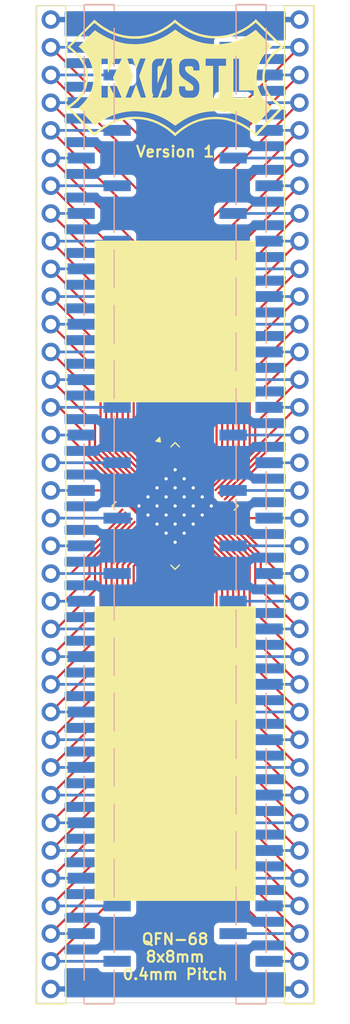
<source format=kicad_pcb>
(kicad_pcb (version 20241229) (generator "pcbnew") (generator_version "9.0")
  (layers (0 "F.Cu" signal) (2 "B.Cu" signal) (13 "F.Paste" user) (15 "B.Paste" user) (5 "F.SilkS" user "F.Silkscreen") (7 "B.SilkS" user "B.Silkscreen") (1 "F.Mask" user) (3 "B.Mask" user) (25 "Edge.Cuts" user))
  (net 0 "")
  (net 1 "/69")
  (net 2 "/27")
  (net 3 "/10")
  (net 4 "/3")
  (net 5 "/6")
  (net 6 "/8")
  (net 7 "/1")
  (net 8 "/31")
  (net 9 "/7")
  (net 10 "/28")
  (net 11 "/2")
  (net 12 "/32")
  (net 13 "/24")
  (net 14 "/23")
  (net 15 "/19")
  (net 16 "/20")
  (net 17 "/18")
  (net 18 "/9")
  (net 19 "/14")
  (net 20 "/34")
  (net 21 "/26")
  (net 22 "/21")
  (net 23 "/16")
  (net 24 "/29")
  (net 25 "/15")
  (net 26 "/25")
  (net 27 "/30")
  (net 28 "/33")
  (net 29 "/17")
  (net 30 "/5")
  (net 31 "/4")
  (net 32 "/13")
  (net 33 "/12")
  (net 34 "/11")
  (net 35 "/22")
  (net 36 "/52")
  (net 37 "/64")
  (net 38 "/43")
  (net 39 "/40")
  (net 40 "/56")
  (net 41 "/57")
  (net 42 "/59")
  (net 43 "/66")
  (net 44 "/54")
  (net 45 "/41")
  (net 46 "/60")
  (net 47 "/55")
  (net 48 "/48")
  (net 49 "/68")
  (net 50 "/35")
  (net 51 "/37")
  (net 52 "/67")
  (net 53 "/53")
  (net 54 "/51")
  (net 55 "/49")
  (net 56 "/45")
  (net 57 "/63")
  (net 58 "/47")
  (net 59 "/39")
  (net 60 "/65")
  (net 61 "/46")
  (net 62 "/44")
  (net 63 "/58")
  (net 64 "/42")
  (net 65 "/62")
  (net 66 "/38")
  (net 67 "/61")
  (net 68 "/36")
  (net 69 "/50")
  (footprint "Package_DFN_QFN:QFN-68-1EP_8x8mm_P0.4mm_EP5.2x5.2mm_ThermalVias" (layer "F.Cu") (at 138.43 120.804679 -45)
    (property "Reference" "U101" (hide yes))
    (property "Value" "QFN-68")
  )
  (footprint "libraries:LogoSmall" (layer "F.Cu") (at 138.43 81.534)
    (property "Reference" "G***" (hide yes))
    (property "Value" "LOGO" (hide yes))
  )
  (footprint "Connector_PinHeader_2.54mm:PinHeader_1x36_P2.54mm_Vertical" (layer "F.Cu") (at 127 76.2)
    (property "Reference" "J101" (hide yes))
    (property "Value" "Conn_01x36")
  )
  (footprint "Connector_PinHeader_2.54mm:PinHeader_1x36_P2.54mm_Vertical" (layer "F.Cu") (at 149.86 76.2)
    (property "Reference" "J102" (hide yes))
    (property "Value" "Conn_01x36")
  )
  (footprint "Connector_PinHeader_2.54mm:PinHeader_1x36_P2.54mm_Vertical_SMD_Pin1Left" (layer "B.Cu") (at 131.444 120.65 180)
    (property "Reference" "J103" (hide yes))
    (property "Value" "Conn_01x36")
  )
  (footprint "Connector_PinHeader_2.54mm:PinHeader_1x36_P2.54mm_Vertical_SMD_Pin1Left" (layer "B.Cu") (at 145.416 120.65 180)
    (property "Reference" "J104" (hide yes))
    (property "Value" "Conn_01x36")
  )
  (gr_rect (start 131.064 130.048) (end 145.796 156.972) (stroke (width 0.1)) (fill yes) (layer "F.SilkS"))
  (gr_rect (start 131.064 96.52) (end 145.796 111.252) (stroke (width 0.1)) (fill yes) (layer "F.SilkS"))
  (gr_rect (start 125.73 74.93) (end 151.13 166.37) (stroke (width 0.05)) (fill no) (layer "Edge.Cuts"))
  (gr_text "Version 1" (at 138.43 88.9 0) (layer "F.SilkS") (effects (font (size 1 1) (thickness 0.2) (bold yes)) (justify bottom)))
  (gr_text "QFN-68\n8x8mm\n0.4mm Pitch" (at 138.43 164.338 0) (layer "F.SilkS") (effects (font (size 1 1) (thickness 0.2) (bold yes)) (justify bottom)))
  (segment (start 127 165.1) (end 149.86 165.1) (width 0.5) (layer "B.Cu") (net 1))
  (segment (start 127 76.2) (end 149.86 76.2) (width 0.5) (layer "B.Cu") (net 1))
  (segment (start 133.604 126.196365) (end 133.604 138.176) (width 0.2) (layer "F.Cu") (net 2))
  (segment (start 133.604 138.176) (end 127 144.78) (width 0.2) (layer "F.Cu") (net 2))
  (segment (start 135.749005 124.05136) (end 133.604 126.196365) (width 0.2) (layer "F.Cu") (net 2))
  (segment (start 129.54 144.78) (end 127 144.78) (width 0.25) (layer "B.Cu") (net 2))
  (segment (start 135.183319 118.123684) (end 132.588 115.528365) (width 0.2) (layer "F.Cu") (net 3))
  (segment (start 132.588 107.188) (end 127 101.6) (width 0.2) (layer "F.Cu") (net 3))
  (segment (start 132.588 115.528365) (end 132.588 107.188) (width 0.2) (layer "F.Cu") (net 3))
  (segment (start 132.84 101.6) (end 127 101.6) (width 0.25) (layer "B.Cu") (net 3))
  (segment (start 137.163218 116.143785) (end 136.144 115.124567) (width 0.2) (layer "F.Cu") (net 4))
  (segment (start 136.144 92.964) (end 127 83.82) (width 0.2) (layer "F.Cu") (net 4))
  (segment (start 136.144 115.124567) (end 136.144 92.964) (width 0.2) (layer "F.Cu") (net 4))
  (segment (start 127 83.82) (end 129.54 83.82) (width 0.25) (layer "B.Cu") (net 4))
  (segment (start 134.62 99.06) (end 127 91.44) (width 0.2) (layer "F.Cu") (net 5))
  (segment (start 136.31469 116.992313) (end 134.62 115.297623) (width 0.2) (layer "F.Cu") (net 5))
  (segment (start 134.62 115.297623) (end 134.62 99.06) (width 0.2) (layer "F.Cu") (net 5))
  (segment (start 132.84 91.44) (end 127 91.44) (width 0.25) (layer "B.Cu") (net 5))
  (segment (start 133.604 115.412993) (end 133.604 103.124) (width 0.2) (layer "F.Cu") (net 6))
  (segment (start 135.749005 117.557998) (end 133.604 115.412993) (width 0.2) (layer "F.Cu") (net 6))
  (segment (start 133.604 103.124) (end 127 96.52) (width 0.2) (layer "F.Cu") (net 6))
  (segment (start 132.84 96.52) (end 127 96.52) (width 0.25) (layer "B.Cu") (net 6))
  (segment (start 137.16 88.9) (end 127 78.74) (width 0.2) (layer "F.Cu") (net 7))
  (segment (start 137.728904 115.578099) (end 137.16 115.009195) (width 0.2) (layer "F.Cu") (net 7))
  (segment (start 137.16 115.009195) (end 137.16 88.9) (width 0.2) (layer "F.Cu") (net 7))
  (segment (start 129.54 78.74) (end 127 78.74) (width 0.25) (layer "B.Cu") (net 7))
  (segment (start 136.880376 125.182731) (end 135.636 126.427107) (width 0.2) (layer "F.Cu") (net 8))
  (segment (start 135.636 126.427107) (end 135.636 146.304) (width 0.2) (layer "F.Cu") (net 8))
  (segment (start 135.636 146.304) (end 127 154.94) (width 0.2) (layer "F.Cu") (net 8))
  (segment (start 129.54 154.94) (end 127 154.94) (width 0.25) (layer "B.Cu") (net 8))
  (segment (start 134.112 101.092) (end 127 93.98) (width 0.2) (layer "F.Cu") (net 9))
  (segment (start 134.112 115.355309) (end 134.112 101.092) (width 0.2) (layer "F.Cu") (net 9))
  (segment (start 136.031847 117.275156) (end 134.112 115.355309) (width 0.2) (layer "F.Cu") (net 9))
  (segment (start 129.54 93.98) (end 127 93.98) (width 0.25) (layer "B.Cu") (net 9))
  (segment (start 136.031847 124.334202) (end 134.112 126.254049) (width 0.2) (layer "F.Cu") (net 10))
  (segment (start 134.112 140.208) (end 127 147.32) (width 0.2) (layer "F.Cu") (net 10))
  (segment (start 134.112 126.254049) (end 134.112 140.208) (width 0.2) (layer "F.Cu") (net 10))
  (segment (start 132.84 147.32) (end 127 147.32) (width 0.25) (layer "B.Cu") (net 10))
  (segment (start 136.652 115.066881) (end 136.652 90.932) (width 0.2) (layer "F.Cu") (net 11))
  (segment (start 137.446061 115.860942) (end 136.652 115.066881) (width 0.2) (layer "F.Cu") (net 11))
  (segment (start 136.652 90.932) (end 127 81.28) (width 0.2) (layer "F.Cu") (net 11))
  (segment (start 132.84 81.28) (end 127 81.28) (width 0.25) (layer "B.Cu") (net 11))
  (segment (start 136.144 148.336) (end 127 157.48) (width 0.2) (layer "F.Cu") (net 12))
  (segment (start 136.144 126.484791) (end 136.144 148.336) (width 0.2) (layer "F.Cu") (net 12))
  (segment (start 137.163218 125.465573) (end 136.144 126.484791) (width 0.2) (layer "F.Cu") (net 12))
  (segment (start 132.84 157.48) (end 127 157.48) (width 0.25) (layer "B.Cu") (net 12))
  (segment (start 132.08 126.023309) (end 132.08 132.08) (width 0.2) (layer "F.Cu") (net 13))
  (segment (start 134.900477 123.202832) (end 132.08 126.023309) (width 0.2) (layer "F.Cu") (net 13))
  (segment (start 132.08 132.08) (end 127 137.16) (width 0.2) (layer "F.Cu") (net 13))
  (segment (start 132.84 137.16) (end 127 137.16) (width 0.25) (layer "B.Cu") (net 13))
  (segment (start 131.572 125.965623) (end 131.572 130.048) (width 0.2) (layer "F.Cu") (net 14))
  (segment (start 131.572 130.048) (end 127 134.62) (width 0.2) (layer "F.Cu") (net 14))
  (segment (start 134.617634 122.919989) (end 131.572 125.965623) (width 0.2) (layer "F.Cu") (net 14))
  (segment (start 129.54 134.62) (end 127 134.62) (width 0.25) (layer "B.Cu") (net 14))
  (segment (start 130.814881 124.46) (end 127 124.46) (width 0.2) (layer "F.Cu") (net 15))
  (segment (start 133.486263 121.788618) (end 130.814881 124.46) (width 0.2) (layer "F.Cu") (net 15))
  (segment (start 129.54 124.46) (end 127 124.46) (width 0.25) (layer "B.Cu") (net 15))
  (segment (start 133.769106 122.071461) (end 128.840567 127) (width 0.2) (layer "F.Cu") (net 16))
  (segment (start 128.840567 127) (end 127 127) (width 0.2) (layer "F.Cu") (net 16))
  (segment (start 132.84 127) (end 127 127) (width 0.25) (layer "B.Cu") (net 16))
  (segment (start 133.20342 121.505775) (end 132.789195 121.92) (width 0.2) (layer "F.Cu") (net 17))
  (segment (start 132.789195 121.92) (end 127 121.92) (width 0.2) (layer "F.Cu") (net 17))
  (segment (start 132.84 121.92) (end 127 121.92) (width 0.25) (layer "B.Cu") (net 17))
  (segment (start 135.466162 117.840841) (end 133.096 115.470679) (width 0.2) (layer "F.Cu") (net 18))
  (segment (start 133.096 115.470679) (end 133.096 105.156) (width 0.2) (layer "F.Cu") (net 18))
  (segment (start 133.096 105.156) (end 127 99.06) (width 0.2) (layer "F.Cu") (net 18))
  (segment (start 129.54 99.06) (end 127 99.06) (width 0.25) (layer "B.Cu") (net 18))
  (segment (start 134.051948 119.255055) (end 130.556 115.759107) (width 0.2) (layer "F.Cu") (net 19))
  (segment (start 130.556 114.554) (end 127.762 111.76) (width 0.2) (layer "F.Cu") (net 19))
  (segment (start 130.556 115.759107) (end 130.556 114.554) (width 0.2) (layer "F.Cu") (net 19))
  (segment (start 127.762 111.76) (end 127 111.76) (width 0.2) (layer "F.Cu") (net 19))
  (segment (start 132.84 111.76) (end 127 111.76) (width 0.25) (layer "B.Cu") (net 19))
  (segment (start 137.16 152.4) (end 127 162.56) (width 0.2) (layer "F.Cu") (net 20))
  (segment (start 137.728904 126.031259) (end 137.16 126.600163) (width 0.2) (layer "F.Cu") (net 20))
  (segment (start 137.16 126.600163) (end 137.16 152.4) (width 0.2) (layer "F.Cu") (net 20))
  (segment (start 132.84 162.56) (end 127 162.56) (width 0.25) (layer "B.Cu") (net 20))
  (segment (start 133.096 136.144) (end 127 142.24) (width 0.2) (layer "F.Cu") (net 21))
  (segment (start 135.466162 123.768517) (end 133.096 126.138679) (width 0.2) (layer "F.Cu") (net 21))
  (segment (start 133.096 126.138679) (end 133.096 136.144) (width 0.2) (layer "F.Cu") (net 21))
  (segment (start 132.84 142.24) (end 127 142.24) (width 0.25) (layer "B.Cu") (net 21))
  (segment (start 134.051948 122.354303) (end 130.556 125.850251) (width 0.2) (layer "F.Cu") (net 22))
  (segment (start 130.556 127.254) (end 128.27 129.54) (width 0.2) (layer "F.Cu") (net 22))
  (segment (start 128.27 129.54) (end 127 129.54) (width 0.2) (layer "F.Cu") (net 22))
  (segment (start 130.556 125.850251) (end 130.556 127.254) (width 0.2) (layer "F.Cu") (net 22))
  (segment (start 129.54 129.54) (end 127 129.54) (width 0.25) (layer "B.Cu") (net 22))
  (segment (start 130.505523 116.84) (end 127 116.84) (width 0.2) (layer "F.Cu") (net 23))
  (segment (start 133.486263 119.82074) (end 130.505523 116.84) (width 0.2) (layer "F.Cu") (net 23))
  (segment (start 132.84 116.84) (end 127 116.84) (width 0.25) (layer "B.Cu") (net 23))
  (segment (start 136.31469 124.617045) (end 134.62 126.311735) (width 0.2) (layer "F.Cu") (net 24))
  (segment (start 134.62 126.311735) (end 134.62 142.24) (width 0.2) (layer "F.Cu") (net 24))
  (segment (start 134.62 142.24) (end 127 149.86) (width 0.2) (layer "F.Cu") (net 24))
  (segment (start 129.54 149.86) (end 127 149.86) (width 0.25) (layer "B.Cu") (net 24))
  (segment (start 133.769106 119.537897) (end 128.531209 114.3) (width 0.2) (layer "F.Cu") (net 25))
  (segment (start 128.531209 114.3) (end 127 114.3) (width 0.2) (layer "F.Cu") (net 25))
  (segment (start 129.54 114.3) (end 127 114.3) (width 0.25) (layer "B.Cu") (net 25))
  (segment (start 135.183319 123.485674) (end 132.588 126.080993) (width 0.2) (layer "F.Cu") (net 26))
  (segment (start 132.588 134.112) (end 127 139.7) (width 0.2) (layer "F.Cu") (net 26))
  (segment (start 132.588 126.080993) (end 132.588 134.112) (width 0.2) (layer "F.Cu") (net 26))
  (segment (start 129.54 139.7) (end 127 139.7) (width 0.25) (layer "B.Cu") (net 26))
  (segment (start 135.128 144.272) (end 127 152.4) (width 0.2) (layer "F.Cu") (net 27))
  (segment (start 135.128 126.369421) (end 135.128 144.272) (width 0.2) (layer "F.Cu") (net 27))
  (segment (start 136.597533 124.899888) (end 135.128 126.369421) (width 0.2) (layer "F.Cu") (net 27))
  (segment (start 132.84 152.4) (end 127 152.4) (width 0.25) (layer "B.Cu") (net 27))
  (segment (start 136.652 126.542477) (end 136.652 150.368) (width 0.2) (layer "F.Cu") (net 28))
  (segment (start 137.446061 125.748416) (end 136.652 126.542477) (width 0.2) (layer "F.Cu") (net 28))
  (segment (start 136.652 150.368) (end 127 160.02) (width 0.2) (layer "F.Cu") (net 28))
  (segment (start 129.54 160.02) (end 127 160.02) (width 0.25) (layer "B.Cu") (net 28))
  (segment (start 132.479837 119.38) (end 127 119.38) (width 0.2) (layer "F.Cu") (net 29))
  (segment (start 133.20342 120.103583) (end 132.479837 119.38) (width 0.2) (layer "F.Cu") (net 29))
  (segment (start 129.54 119.38) (end 127 119.38) (width 0.25) (layer "B.Cu") (net 29))
  (segment (start 136.597533 116.70947) (end 135.128 115.239937) (width 0.2) (layer "F.Cu") (net 30))
  (segment (start 135.128 97.028) (end 127 88.9) (width 0.2) (layer "F.Cu") (net 30))
  (segment (start 135.128 115.239937) (end 135.128 97.028) (width 0.2) (layer "F.Cu") (net 30))
  (segment (start 129.54 88.9) (end 127 88.9) (width 0.25) (layer "B.Cu") (net 30))
  (segment (start 136.880376 116.426627) (end 135.636 115.182251) (width 0.2) (layer "F.Cu") (net 31))
  (segment (start 135.636 115.182251) (end 135.636 94.996) (width 0.2) (layer "F.Cu") (net 31))
  (segment (start 135.636 94.996) (end 127 86.36) (width 0.2) (layer "F.Cu") (net 31))
  (segment (start 132.84 86.36) (end 127 86.36) (width 0.25) (layer "B.Cu") (net 31))
  (segment (start 134.334791 118.972212) (end 131.064 115.701421) (width 0.2) (layer "F.Cu") (net 32))
  (segment (start 131.064 115.701421) (end 131.064 113.284) (width 0.2) (layer "F.Cu") (net 32))
  (segment (start 131.064 113.284) (end 127 109.22) (width 0.2) (layer "F.Cu") (net 32))
  (segment (start 129.54 109.22) (end 127 109.22) (width 0.25) (layer "B.Cu") (net 32))
  (segment (start 131.572 115.643735) (end 131.572 111.252) (width 0.2) (layer "F.Cu") (net 33))
  (segment (start 131.572 111.252) (end 127 106.68) (width 0.2) (layer "F.Cu") (net 33))
  (segment (start 134.617634 118.689369) (end 131.572 115.643735) (width 0.2) (layer "F.Cu") (net 33))
  (segment (start 132.84 106.68) (end 127 106.68) (width 0.25) (layer "B.Cu") (net 33))
  (segment (start 134.900477 118.406526) (end 132.08 115.586049) (width 0.2) (layer "F.Cu") (net 34))
  (segment (start 132.08 109.22) (end 127 104.14) (width 0.2) (layer "F.Cu") (net 34))
  (segment (start 132.08 115.586049) (end 132.08 109.22) (width 0.2) (layer "F.Cu") (net 34))
  (segment (start 129.54 104.14) (end 127 104.14) (width 0.25) (layer "B.Cu") (net 34))
  (segment (start 134.334791 122.637146) (end 131.064 125.907937) (width 0.2) (layer "F.Cu") (net 35))
  (segment (start 131.064 128.524) (end 127.508 132.08) (width 0.2) (layer "F.Cu") (net 35))
  (segment (start 127.508 132.08) (end 127 132.08) (width 0.2) (layer "F.Cu") (net 35))
  (segment (start 131.064 125.907937) (end 131.064 128.524) (width 0.2) (layer "F.Cu") (net 35))
  (segment (start 132.84 132.08) (end 127 132.08) (width 0.25) (layer "B.Cu") (net 35))
  (segment (start 144.380163 119.38) (end 149.86 119.38) (width 0.2) (layer "F.Cu") (net 36))
  (segment (start 143.65658 120.103583) (end 144.380163 119.38) (width 0.2) (layer "F.Cu") (net 36))
  (segment (start 144.02 119.38) (end 149.86 119.38) (width 0.25) (layer "B.Cu") (net 36))
  (segment (start 141.732 115.239937) (end 141.732 97.028) (width 0.2) (layer "F.Cu") (net 37))
  (segment (start 141.732 97.028) (end 149.86 88.9) (width 0.2) (layer "F.Cu") (net 37))
  (segment (start 140.262467 116.70947) (end 141.732 115.239937) (width 0.2) (layer "F.Cu") (net 37))
  (segment (start 144.02 88.9) (end 149.86 88.9) (width 0.25) (layer "B.Cu") (net 37))
  (segment (start 143.764 126.138679) (end 143.764 136.144) (width 0.2) (layer "F.Cu") (net 38))
  (segment (start 141.393838 123.768517) (end 143.764 126.138679) (width 0.2) (layer "F.Cu") (net 38))
  (segment (start 143.764 136.144) (end 149.86 142.24) (width 0.2) (layer "F.Cu") (net 38))
  (segment (start 149.86 142.24) (end 147.32 142.24) (width 0.25) (layer "B.Cu") (net 38))
  (segment (start 140.54531 124.617045) (end 142.24 126.311735) (width 0.2) (layer "F.Cu") (net 39))
  (segment (start 142.24 126.311735) (end 142.24 142.24) (width 0.2) (layer "F.Cu") (net 39))
  (segment (start 142.24 142.24) (end 149.86 149.86) (width 0.2) (layer "F.Cu") (net 39))
  (segment (start 144.02 149.86) (end 149.86 149.86) (width 0.25) (layer "B.Cu") (net 39))
  (segment (start 142.525209 118.972212) (end 145.796 115.701421) (width 0.2) (layer "F.Cu") (net 40))
  (segment (start 145.796 115.701421) (end 145.796 113.284) (width 0.2) (layer "F.Cu") (net 40))
  (segment (start 145.796 113.284) (end 149.86 109.22) (width 0.2) (layer "F.Cu") (net 40))
  (segment (start 144.02 109.22) (end 149.86 109.22) (width 0.25) (layer "B.Cu") (net 40))
  (segment (start 142.242366 118.689369) (end 145.288 115.643735) (width 0.2) (layer "F.Cu") (net 41))
  (segment (start 145.288 115.643735) (end 145.288 111.252) (width 0.2) (layer "F.Cu") (net 41))
  (segment (start 145.288 111.252) (end 149.86 106.68) (width 0.2) (layer "F.Cu") (net 41))
  (segment (start 149.86 106.68) (end 147.32 106.68) (width 0.25) (layer "B.Cu") (net 41))
  (segment (start 141.676681 118.123684) (end 144.272 115.528365) (width 0.2) (layer "F.Cu") (net 42))
  (segment (start 144.272 115.528365) (end 144.272 107.188) (width 0.2) (layer "F.Cu") (net 42))
  (segment (start 144.272 107.188) (end 149.86 101.6) (width 0.2) (layer "F.Cu") (net 42))
  (segment (start 149.86 101.6) (end 147.32 101.6) (width 0.25) (layer "B.Cu") (net 42))
  (segment (start 139.696782 116.143785) (end 140.716 115.124567) (width 0.2) (layer "F.Cu") (net 43))
  (segment (start 140.716 115.124567) (end 140.716 92.964) (width 0.2) (layer "F.Cu") (net 43))
  (segment (start 140.716 92.964) (end 149.86 83.82) (width 0.2) (layer "F.Cu") (net 43))
  (segment (start 144.02 83.82) (end 149.86 83.82) (width 0.25) (layer "B.Cu") (net 43))
  (segment (start 148.328791 114.3) (end 149.86 114.3) (width 0.2) (layer "F.Cu") (net 44))
  (segment (start 143.090894 119.537897) (end 148.328791 114.3) (width 0.2) (layer "F.Cu") (net 44))
  (segment (start 144.02 114.3) (end 149.86 114.3) (width 0.25) (layer "B.Cu") (net 44))
  (segment (start 142.748 140.208) (end 149.86 147.32) (width 0.2) (layer "F.Cu") (net 45))
  (segment (start 142.748 126.254049) (end 142.748 140.208) (width 0.2) (layer "F.Cu") (net 45))
  (segment (start 140.828153 124.334202) (end 142.748 126.254049) (width 0.2) (layer "F.Cu") (net 45))
  (segment (start 149.86 147.32) (end 147.32 147.32) (width 0.25) (layer "B.Cu") (net 45))
  (segment (start 143.764 105.156) (end 149.86 99.06) (width 0.2) (layer "F.Cu") (net 46))
  (segment (start 141.393838 117.840841) (end 143.764 115.470679) (width 0.2) (layer "F.Cu") (net 46))
  (segment (start 143.764 115.470679) (end 143.764 105.156) (width 0.2) (layer "F.Cu") (net 46))
  (segment (start 144.02 99.06) (end 149.86 99.06) (width 0.25) (layer "B.Cu") (net 46))
  (segment (start 149.606 111.76) (end 149.86 111.76) (width 0.2) (layer "F.Cu") (net 47))
  (segment (start 146.304 115.759107) (end 146.304 115.062) (width 0.2) (layer "F.Cu") (net 47))
  (segment (start 146.304 115.062) (end 149.606 111.76) (width 0.2) (layer "F.Cu") (net 47))
  (segment (start 142.808052 119.255055) (end 146.304 115.759107) (width 0.2) (layer "F.Cu") (net 47))
  (segment (start 149.86 111.76) (end 147.32 111.76) (width 0.25) (layer "B.Cu") (net 47))
  (segment (start 149.098 129.54) (end 149.86 129.54) (width 0.2) (layer "F.Cu") (net 48))
  (segment (start 146.304 126.746) (end 149.098 129.54) (width 0.2) (layer "F.Cu") (net 48))
  (segment (start 146.304 125.850251) (end 146.304 126.746) (width 0.2) (layer "F.Cu") (net 48))
  (segment (start 142.808052 122.354303) (end 146.304 125.850251) (width 0.2) (layer "F.Cu") (net 48))
  (segment (start 144.02 129.54) (end 149.86 129.54) (width 0.25) (layer "B.Cu") (net 48))
  (segment (start 139.7 88.9) (end 149.86 78.74) (width 0.2) (layer "F.Cu") (net 49))
  (segment (start 139.7 115.009195) (end 139.7 88.9) (width 0.2) (layer "F.Cu") (net 49))
  (segment (start 139.131096 115.578099) (end 139.7 115.009195) (width 0.2) (layer "F.Cu") (net 49))
  (segment (start 144.02 78.74) (end 149.86 78.74) (width 0.25) (layer "B.Cu") (net 49))
  (segment (start 139.131096 126.031259) (end 139.7 126.600163) (width 0.2) (layer "F.Cu") (net 50))
  (segment (start 139.7 152.4) (end 149.86 162.56) (width 0.2) (layer "F.Cu") (net 50))
  (segment (start 139.7 126.600163) (end 139.7 152.4) (width 0.2) (layer "F.Cu") (net 50))
  (segment (start 147.32 162.56) (end 149.86 162.56) (width 0.25) (layer "B.Cu") (net 50))
  (segment (start 140.716 126.484791) (end 140.716 148.336) (width 0.2) (layer "F.Cu") (net 51))
  (segment (start 140.716 148.336) (end 149.86 157.48) (width 0.2) (layer "F.Cu") (net 51))
  (segment (start 139.696782 125.465573) (end 140.716 126.484791) (width 0.2) (layer "F.Cu") (net 51))
  (segment (start 147.32 157.48) (end 149.86 157.48) (width 0.25) (layer "B.Cu") (net 51))
  (segment (start 140.208 115.066881) (end 140.208 90.932) (width 0.2) (layer "F.Cu") (net 52))
  (segment (start 139.413939 115.860942) (end 140.208 115.066881) (width 0.2) (layer "F.Cu") (net 52))
  (segment (start 140.208 90.932) (end 149.86 81.28) (width 0.2) (layer "F.Cu") (net 52))
  (segment (start 149.86 81.28) (end 147.32 81.28) (width 0.25) (layer "B.Cu") (net 52))
  (segment (start 146.354477 116.84) (end 149.86 116.84) (width 0.2) (layer "F.Cu") (net 53))
  (segment (start 143.373737 119.82074) (end 146.354477 116.84) (width 0.2) (layer "F.Cu") (net 53))
  (segment (start 149.86 116.84) (end 147.32 116.84) (width 0.25) (layer "B.Cu") (net 53))
  (segment (start 143.65658 121.505775) (end 144.070805 121.92) (width 0.2) (layer "F.Cu") (net 54))
  (segment (start 144.070805 121.92) (end 149.86 121.92) (width 0.2) (layer "F.Cu") (net 54))
  (segment (start 149.86 121.92) (end 147.32 121.92) (width 0.25) (layer "B.Cu") (net 54))
  (segment (start 143.090894 122.071461) (end 148.019433 127) (width 0.2) (layer "F.Cu") (net 55))
  (segment (start 148.019433 127) (end 149.86 127) (width 0.2) (layer "F.Cu") (net 55))
  (segment (start 149.86 127) (end 147.32 127) (width 0.25) (layer "B.Cu") (net 55))
  (segment (start 144.78 132.08) (end 149.86 137.16) (width 0.2) (layer "F.Cu") (net 56))
  (segment (start 144.78 126.023309) (end 144.78 132.08) (width 0.2) (layer "F.Cu") (net 56))
  (segment (start 141.959523 123.202832) (end 144.78 126.023309) (width 0.2) (layer "F.Cu") (net 56))
  (segment (start 149.86 137.16) (end 147.32 137.16) (width 0.25) (layer "B.Cu") (net 56))
  (segment (start 140.54531 116.992313) (end 142.24 115.297623) (width 0.2) (layer "F.Cu") (net 57))
  (segment (start 142.24 115.297623) (end 142.24 99.06) (width 0.2) (layer "F.Cu") (net 57))
  (segment (start 142.24 99.06) (end 149.86 91.44) (width 0.2) (layer "F.Cu") (net 57))
  (segment (start 149.86 91.44) (end 147.32 91.44) (width 0.25) (layer "B.Cu") (net 57))
  (segment (start 145.796 128.016) (end 149.86 132.08) (width 0.2) (layer "F.Cu") (net 58))
  (segment (start 145.796 125.907937) (end 145.796 128.016) (width 0.2) (layer "F.Cu") (net 58))
  (segment (start 142.525209 122.637146) (end 145.796 125.907937) (width 0.2) (layer "F.Cu") (net 58))
  (segment (start 149.86 132.08) (end 147.32 132.08) (width 0.25) (layer "B.Cu") (net 58))
  (segment (start 141.732 126.369421) (end 141.732 144.272) (width 0.2) (layer "F.Cu") (net 59))
  (segment (start 140.262467 124.899888) (end 141.732 126.369421) (width 0.2) (layer "F.Cu") (net 59))
  (segment (start 141.732 144.272) (end 149.86 152.4) (width 0.2) (layer "F.Cu") (net 59))
  (segment (start 147.32 152.4) (end 149.86 152.4) (width 0.25) (layer "B.Cu") (net 59))
  (segment (start 141.224 115.182251) (end 141.224 94.996) (width 0.2) (layer "F.Cu") (net 60))
  (segment (start 139.979624 116.426627) (end 141.224 115.182251) (width 0.2) (layer "F.Cu") (net 60))
  (segment (start 141.224 94.996) (end 149.86 86.36) (width 0.2) (layer "F.Cu") (net 60))
  (segment (start 149.86 86.36) (end 147.32 86.36) (width 0.25) (layer "B.Cu") (net 60))
  (segment (start 145.288 125.965623) (end 145.288 130.048) (width 0.2) (layer "F.Cu") (net 61))
  (segment (start 142.242366 122.919989) (end 145.288 125.965623) (width 0.2) (layer "F.Cu") (net 61))
  (segment (start 145.288 130.048) (end 149.86 134.62) (width 0.2) (layer "F.Cu") (net 61))
  (segment (start 144.02 134.62) (end 149.86 134.62) (width 0.25) (layer "B.Cu") (net 61))
  (segment (start 144.272 134.112) (end 149.86 139.7) (width 0.2) (layer "F.Cu") (net 62))
  (segment (start 141.676681 123.485674) (end 144.272 126.080993) (width 0.2) (layer "F.Cu") (net 62))
  (segment (start 144.272 126.080993) (end 144.272 134.112) (width 0.2) (layer "F.Cu") (net 62))
  (segment (start 144.02 139.7) (end 149.86 139.7) (width 0.25) (layer "B.Cu") (net 62))
  (segment (start 144.78 109.22) (end 149.86 104.14) (width 0.2) (layer "F.Cu") (net 63))
  (segment (start 144.78 115.586049) (end 144.78 109.22) (width 0.2) (layer "F.Cu") (net 63))
  (segment (start 141.959523 118.406526) (end 144.78 115.586049) (width 0.2) (layer "F.Cu") (net 63))
  (segment (start 144.02 104.14) (end 149.86 104.14) (width 0.25) (layer "B.Cu") (net 63))
  (segment (start 141.110995 124.05136) (end 143.256 126.196365) (width 0.2) (layer "F.Cu") (net 64))
  (segment (start 143.256 126.196365) (end 143.256 138.176) (width 0.2) (layer "F.Cu") (net 64))
  (segment (start 143.256 138.176) (end 149.86 144.78) (width 0.2) (layer "F.Cu") (net 64))
  (segment (start 144.02 144.78) (end 149.86 144.78) (width 0.25) (layer "B.Cu") (net 64))
  (segment (start 142.748 115.355309) (end 142.748 101.092) (width 0.2) (layer "F.Cu") (net 65))
  (segment (start 142.748 101.092) (end 149.86 93.98) (width 0.2) (layer "F.Cu") (net 65))
  (segment (start 140.828153 117.275156) (end 142.748 115.355309) (width 0.2) (layer "F.Cu") (net 65))
  (segment (start 144.02 93.98) (end 149.86 93.98) (width 0.25) (layer "B.Cu") (net 65))
  (segment (start 141.224 146.304) (end 149.86 154.94) (width 0.2) (layer "F.Cu") (net 66))
  (segment (start 139.979624 125.182731) (end 141.224 126.427107) (width 0.2) (layer "F.Cu") (net 66))
  (segment (start 141.224 126.427107) (end 141.224 146.304) (width 0.2) (layer "F.Cu") (net 66))
  (segment (start 144.02 154.94) (end 149.86 154.94) (width 0.25) (layer "B.Cu") (net 66))
  (segment (start 141.110995 117.557998) (end 143.256 115.412993) (width 0.2) (layer "F.Cu") (net 67))
  (segment (start 143.256 115.412993) (end 143.256 103.124) (width 0.2) (layer "F.Cu") (net 67))
  (segment (start 143.256 103.124) (end 149.86 96.52) (width 0.2) (layer "F.Cu") (net 67))
  (segment (start 149.86 96.52) (end 147.32 96.52) (width 0.25) (layer "B.Cu") (net 67))
  (segment (start 140.208 126.542477) (end 140.208 150.368) (width 0.2) (layer "F.Cu") (net 68))
  (segment (start 139.413939 125.748416) (end 140.208 126.542477) (width 0.2) (layer "F.Cu") (net 68))
  (segment (start 140.208 150.368) (end 149.86 160.02) (width 0.2) (layer "F.Cu") (net 68))
  (segment (start 144.02 160.02) (end 149.86 160.02) (width 0.25) (layer "B.Cu") (net 68))
  (segment (start 143.373737 121.788618) (end 146.045119 124.46) (width 0.2) (layer "F.Cu") (net 69))
  (segment (start 146.045119 124.46) (end 149.86 124.46) (width 0.2) (layer "F.Cu") (net 69))
  (segment (start 144.02 124.46) (end 149.86 124.46) (width 0.25) (layer "B.Cu") (net 69))
  (zone (net 1) (net_name "/69") (layers "F.Cu" "B.Cu") (priority 1) (connect_pads yes (clearance 0.5)) (min_thickness 0.25) (fill yes (thermal_gap 0.5) (thermal_bridge_width 0.5))
    (polygon (pts (xy 128.27 74.93) (xy 148.59 74.93) (xy 148.59 166.37) (xy 128.27 166.37)))
  )
)
</source>
